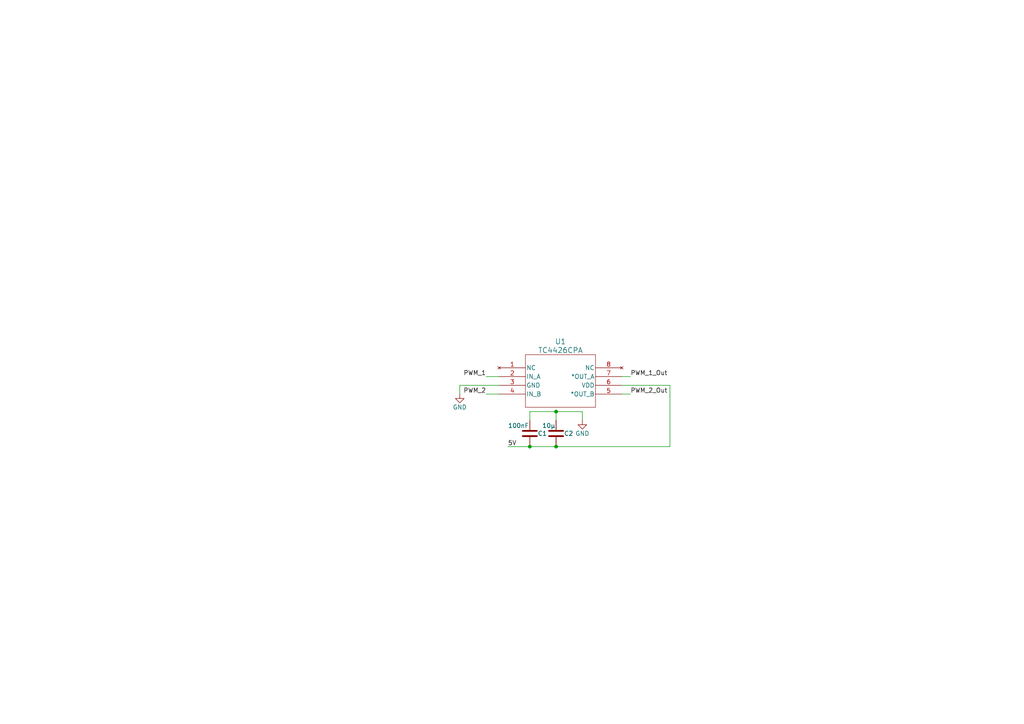
<source format=kicad_sch>
(kicad_sch (version 20231120) (generator "eeschema") (generator_version "8.0")
  (paper "A4")
  (lib_symbols
    (symbol "2025-04-27_13-59-50:TC4426CPA" (pin_names (offset 0.254))
      (property "Reference" "U1" (at 33.02 10.16 0))
      (property "Value" "TC4426CPA" (at 33.02 7.62 0))
      (symbol "TC4426CPA_0_1"
        (polyline (pts (xy 7.62 -11.43) (xy 27.94 -11.43)) (stroke (width 0.127)))
        (polyline (pts (xy 7.62 3.81) (xy 7.62 -11.43)) (stroke (width 0.127)))
        (polyline (pts (xy 27.94 -11.43) (xy 27.94 3.81)) (stroke (width 0.127)))
        (polyline (pts (xy 27.94 3.81) (xy 7.62 3.81)) (stroke (width 0.127)))
        (pin no_connect line (at 0 0 0) (length 7.62) (name "NC") (number "1"))
        (pin input line (at 0 -2.54 0) (length 7.62) (name "IN_A") (number "2"))
        (pin unspecified line (at 0 -5.08 0) (length 7.62) (name "GND") (number "3"))
        (pin input line (at 0 -7.62 0) (length 7.62) (name "IN_B") (number "4"))
        (pin output line (at 35.56 -7.62 180) (length 7.62) (name "*OUT_B") (number "5"))
        (pin unspecified line (at 35.56 -5.08 180) (length 7.62) (name "VDD") (number "6"))
        (pin output line (at 35.56 -2.54 180) (length 7.62) (name "*OUT_A") (number "7"))
        (pin no_connect line (at 35.56 0 180) (length 7.62) (name "NC") (number "8"))
      )
    )
    (symbol "Device:C" (pin_numbers hide) (pin_names (offset 0.254))
      (property "Reference" "C" (at 0.635 2.54 0))
      (property "Value" "C" (at 0.635 -2.54 0))
      (symbol "C_0_1"
        (polyline (pts (xy -2.032 -0.762) (xy 2.032 -0.762)) (stroke (width 0.508)))
        (polyline (pts (xy -2.032 0.762) (xy 2.032 0.762)) (stroke (width 0.508)))
      )
      (symbol "C_1_1"
        (pin passive line (at 0 3.81 270) (length 2.794) (name "~") (number "1"))
        (pin passive line (at 0 -3.81 90) (length 2.794) (name "~") (number "2"))
      )
    )
    (symbol "power:GND" (power) (pin_numbers hide) (pin_names (offset 0) hide)
      (property "Value" "GND" (at 0 -3.81 0))
      (symbol "GND_0_1"
        (polyline (pts (xy 0 0) (xy 0 -1.27) (xy 1.27 -1.27) (xy 0 -2.54) (xy -1.27 -1.27) (xy 0 -1.27)))
      )
      (symbol "GND_1_1"
        (pin power_in line (at 0 0 270) (length 0) (name "~") (number "1"))
      )
    )
  )
  (junction (at 153.67 129.54))
  (junction (at 161.29 129.54))
  (junction (at 161.29 119.38))
  (wire (pts (xy 153.67 119.38) (xy 153.67 121.92)))
  (wire (pts (xy 168.91 119.38) (xy 168.91 121.92)))
  (wire (pts (xy 168.91 119.38) (xy 161.29 119.38)))
  (wire (pts (xy 147.32 129.54) (xy 153.67 129.54)))
  (wire (pts (xy 161.29 119.38) (xy 153.67 119.38)))
  (wire (pts (xy 182.88 109.22) (xy 180.34 109.22)))
  (wire (pts (xy 144.78 111.76) (xy 133.35 111.76)))
  (wire (pts (xy 140.97 109.22) (xy 144.78 109.22)))
  (wire (pts (xy 194.31 111.76) (xy 180.34 111.76)))
  (wire (pts (xy 140.97 114.3) (xy 144.78 114.3)))
  (wire (pts (xy 153.67 129.54) (xy 161.29 129.54)))
  (wire (pts (xy 161.29 119.38) (xy 161.29 121.92)))
  (wire (pts (xy 133.35 111.76) (xy 133.35 114.3)))
  (wire (pts (xy 182.88 114.3) (xy 180.34 114.3)))
  (wire (pts (xy 194.31 129.54) (xy 194.31 111.76)))
  (wire (pts (xy 161.29 129.54) (xy 194.31 129.54)))
  (label "5V" (at 147.32 129.54 0))
  (label "PWM_2" (at 140.97 114.3 180))
  (label "PWM_2_Out" (at 182.88 114.3 0))
  (label "PWM_1_Out" (at 182.88 109.22 0))
  (label "PWM_1" (at 140.97 109.22 180))
  (symbol (lib_id "Device:C") (at 161.29 125.73 0) (unit 1)
    (property "Reference" "C2" (at 163.576 125.73 0) (effects (justify left)))
    (property "Value" "10µ" (at 157.226 123.444 0) (effects (justify left)))
    (property "Description" "Unpolarized capacitor" (effects (hide yes)))
  )
  (symbol (lib_id "power:GND") (at 168.91 121.92 0) (unit 1)
    (property "Reference" "#PWR2" (effects (hide yes)))
    (property "Value" "GND" (at 168.91 125.73 0))
    (property "Description" "Power symbol creates a global label with name \"GND\" , ground" (effects (hide yes)))
  )
  (symbol (lib_id "power:GND") (at 133.35 114.3 0) (unit 1)
    (property "Reference" "#PWR1" (effects (hide yes)))
    (property "Value" "GND" (at 133.35 118.11 0))
    (property "Description" "Power symbol creates a global label with name \"GND\" , ground" (effects (hide yes)))
  )
  (symbol (lib_id "Device:C") (at 153.67 125.73 0) (unit 1)
    (property "Reference" "C1" (at 155.956 125.73 0) (effects (justify left)))
    (property "Value" "100nF" (at 147.32 123.444 0) (effects (justify left)))
    (property "Description" "Unpolarized capacitor" (effects (hide yes)))
  )
  (symbol (lib_id "2025-04-27_13-59-50:TC4426CPA") (at 144.78 106.68 0) (unit 1)
    (property "Reference" "U1" (at 162.56 99.06 0) (effects (font (size 1.524 1.524))))
    (property "Value" "TC4426CPA" (at 162.56 101.6 0) (effects (font (size 1.524 1.524))))
    (property "Footprint" "PDIP8_300MC_MCH" (effects (hide yes)))
    (property "Datasheet" "TC4426CPA" (effects (hide yes)))
  )
)
</source>
